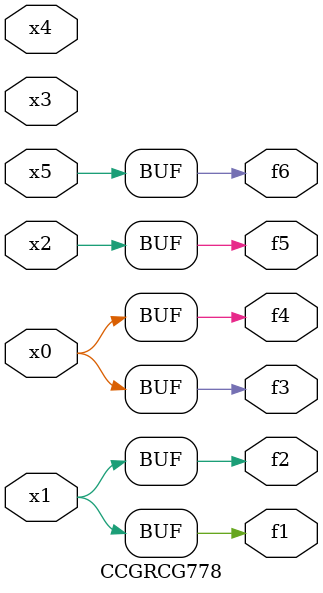
<source format=v>
module CCGRCG778(
	input x0, x1, x2, x3, x4, x5,
	output f1, f2, f3, f4, f5, f6
);
	assign f1 = x1;
	assign f2 = x1;
	assign f3 = x0;
	assign f4 = x0;
	assign f5 = x2;
	assign f6 = x5;
endmodule

</source>
